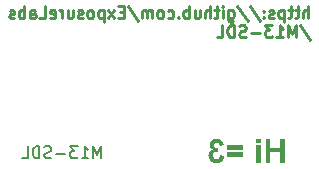
<source format=gbr>
%TF.GenerationSoftware,KiCad,Pcbnew,7.0.9*%
%TF.CreationDate,2023-11-19T17:19:27-08:00*%
%TF.ProjectId,M13-SDL-Rev1,4d31332d-5344-44c2-9d52-6576312e6b69,1*%
%TF.SameCoordinates,Original*%
%TF.FileFunction,Legend,Bot*%
%TF.FilePolarity,Positive*%
%FSLAX46Y46*%
G04 Gerber Fmt 4.6, Leading zero omitted, Abs format (unit mm)*
G04 Created by KiCad (PCBNEW 7.0.9) date 2023-11-19 17:19:27*
%MOMM*%
%LPD*%
G01*
G04 APERTURE LIST*
%ADD10C,0.150000*%
%ADD11C,0.250000*%
%ADD12C,0.300000*%
G04 APERTURE END LIST*
D10*
X140263220Y-106869819D02*
X140263220Y-105869819D01*
X140263220Y-105869819D02*
X139929887Y-106584104D01*
X139929887Y-106584104D02*
X139596554Y-105869819D01*
X139596554Y-105869819D02*
X139596554Y-106869819D01*
X138596554Y-106869819D02*
X139167982Y-106869819D01*
X138882268Y-106869819D02*
X138882268Y-105869819D01*
X138882268Y-105869819D02*
X138977506Y-106012676D01*
X138977506Y-106012676D02*
X139072744Y-106107914D01*
X139072744Y-106107914D02*
X139167982Y-106155533D01*
X138263220Y-105869819D02*
X137644173Y-105869819D01*
X137644173Y-105869819D02*
X137977506Y-106250771D01*
X137977506Y-106250771D02*
X137834649Y-106250771D01*
X137834649Y-106250771D02*
X137739411Y-106298390D01*
X137739411Y-106298390D02*
X137691792Y-106346009D01*
X137691792Y-106346009D02*
X137644173Y-106441247D01*
X137644173Y-106441247D02*
X137644173Y-106679342D01*
X137644173Y-106679342D02*
X137691792Y-106774580D01*
X137691792Y-106774580D02*
X137739411Y-106822200D01*
X137739411Y-106822200D02*
X137834649Y-106869819D01*
X137834649Y-106869819D02*
X138120363Y-106869819D01*
X138120363Y-106869819D02*
X138215601Y-106822200D01*
X138215601Y-106822200D02*
X138263220Y-106774580D01*
X137215601Y-106488866D02*
X136453697Y-106488866D01*
X136025125Y-106822200D02*
X135882268Y-106869819D01*
X135882268Y-106869819D02*
X135644173Y-106869819D01*
X135644173Y-106869819D02*
X135548935Y-106822200D01*
X135548935Y-106822200D02*
X135501316Y-106774580D01*
X135501316Y-106774580D02*
X135453697Y-106679342D01*
X135453697Y-106679342D02*
X135453697Y-106584104D01*
X135453697Y-106584104D02*
X135501316Y-106488866D01*
X135501316Y-106488866D02*
X135548935Y-106441247D01*
X135548935Y-106441247D02*
X135644173Y-106393628D01*
X135644173Y-106393628D02*
X135834649Y-106346009D01*
X135834649Y-106346009D02*
X135929887Y-106298390D01*
X135929887Y-106298390D02*
X135977506Y-106250771D01*
X135977506Y-106250771D02*
X136025125Y-106155533D01*
X136025125Y-106155533D02*
X136025125Y-106060295D01*
X136025125Y-106060295D02*
X135977506Y-105965057D01*
X135977506Y-105965057D02*
X135929887Y-105917438D01*
X135929887Y-105917438D02*
X135834649Y-105869819D01*
X135834649Y-105869819D02*
X135596554Y-105869819D01*
X135596554Y-105869819D02*
X135453697Y-105917438D01*
X135025125Y-106869819D02*
X135025125Y-105869819D01*
X135025125Y-105869819D02*
X134787030Y-105869819D01*
X134787030Y-105869819D02*
X134644173Y-105917438D01*
X134644173Y-105917438D02*
X134548935Y-106012676D01*
X134548935Y-106012676D02*
X134501316Y-106107914D01*
X134501316Y-106107914D02*
X134453697Y-106298390D01*
X134453697Y-106298390D02*
X134453697Y-106441247D01*
X134453697Y-106441247D02*
X134501316Y-106631723D01*
X134501316Y-106631723D02*
X134548935Y-106726961D01*
X134548935Y-106726961D02*
X134644173Y-106822200D01*
X134644173Y-106822200D02*
X134787030Y-106869819D01*
X134787030Y-106869819D02*
X135025125Y-106869819D01*
X133548935Y-106869819D02*
X134025125Y-106869819D01*
X134025125Y-106869819D02*
X134025125Y-105869819D01*
D11*
X157797431Y-95004619D02*
X157797431Y-94004619D01*
X157368860Y-95004619D02*
X157368860Y-94480809D01*
X157368860Y-94480809D02*
X157416479Y-94385571D01*
X157416479Y-94385571D02*
X157511717Y-94337952D01*
X157511717Y-94337952D02*
X157654574Y-94337952D01*
X157654574Y-94337952D02*
X157749812Y-94385571D01*
X157749812Y-94385571D02*
X157797431Y-94433190D01*
X157035526Y-94337952D02*
X156654574Y-94337952D01*
X156892669Y-94004619D02*
X156892669Y-94861761D01*
X156892669Y-94861761D02*
X156845050Y-94957000D01*
X156845050Y-94957000D02*
X156749812Y-95004619D01*
X156749812Y-95004619D02*
X156654574Y-95004619D01*
X156464097Y-94337952D02*
X156083145Y-94337952D01*
X156321240Y-94004619D02*
X156321240Y-94861761D01*
X156321240Y-94861761D02*
X156273621Y-94957000D01*
X156273621Y-94957000D02*
X156178383Y-95004619D01*
X156178383Y-95004619D02*
X156083145Y-95004619D01*
X155749811Y-94337952D02*
X155749811Y-95337952D01*
X155749811Y-94385571D02*
X155654573Y-94337952D01*
X155654573Y-94337952D02*
X155464097Y-94337952D01*
X155464097Y-94337952D02*
X155368859Y-94385571D01*
X155368859Y-94385571D02*
X155321240Y-94433190D01*
X155321240Y-94433190D02*
X155273621Y-94528428D01*
X155273621Y-94528428D02*
X155273621Y-94814142D01*
X155273621Y-94814142D02*
X155321240Y-94909380D01*
X155321240Y-94909380D02*
X155368859Y-94957000D01*
X155368859Y-94957000D02*
X155464097Y-95004619D01*
X155464097Y-95004619D02*
X155654573Y-95004619D01*
X155654573Y-95004619D02*
X155749811Y-94957000D01*
X154892668Y-94957000D02*
X154797430Y-95004619D01*
X154797430Y-95004619D02*
X154606954Y-95004619D01*
X154606954Y-95004619D02*
X154511716Y-94957000D01*
X154511716Y-94957000D02*
X154464097Y-94861761D01*
X154464097Y-94861761D02*
X154464097Y-94814142D01*
X154464097Y-94814142D02*
X154511716Y-94718904D01*
X154511716Y-94718904D02*
X154606954Y-94671285D01*
X154606954Y-94671285D02*
X154749811Y-94671285D01*
X154749811Y-94671285D02*
X154845049Y-94623666D01*
X154845049Y-94623666D02*
X154892668Y-94528428D01*
X154892668Y-94528428D02*
X154892668Y-94480809D01*
X154892668Y-94480809D02*
X154845049Y-94385571D01*
X154845049Y-94385571D02*
X154749811Y-94337952D01*
X154749811Y-94337952D02*
X154606954Y-94337952D01*
X154606954Y-94337952D02*
X154511716Y-94385571D01*
X154035525Y-94909380D02*
X153987906Y-94957000D01*
X153987906Y-94957000D02*
X154035525Y-95004619D01*
X154035525Y-95004619D02*
X154083144Y-94957000D01*
X154083144Y-94957000D02*
X154035525Y-94909380D01*
X154035525Y-94909380D02*
X154035525Y-95004619D01*
X154035525Y-94385571D02*
X153987906Y-94433190D01*
X153987906Y-94433190D02*
X154035525Y-94480809D01*
X154035525Y-94480809D02*
X154083144Y-94433190D01*
X154083144Y-94433190D02*
X154035525Y-94385571D01*
X154035525Y-94385571D02*
X154035525Y-94480809D01*
X152845050Y-93957000D02*
X153702192Y-95242714D01*
X151797431Y-93957000D02*
X152654573Y-95242714D01*
X151035526Y-94337952D02*
X151035526Y-95147476D01*
X151035526Y-95147476D02*
X151083145Y-95242714D01*
X151083145Y-95242714D02*
X151130764Y-95290333D01*
X151130764Y-95290333D02*
X151226002Y-95337952D01*
X151226002Y-95337952D02*
X151368859Y-95337952D01*
X151368859Y-95337952D02*
X151464097Y-95290333D01*
X151035526Y-94957000D02*
X151130764Y-95004619D01*
X151130764Y-95004619D02*
X151321240Y-95004619D01*
X151321240Y-95004619D02*
X151416478Y-94957000D01*
X151416478Y-94957000D02*
X151464097Y-94909380D01*
X151464097Y-94909380D02*
X151511716Y-94814142D01*
X151511716Y-94814142D02*
X151511716Y-94528428D01*
X151511716Y-94528428D02*
X151464097Y-94433190D01*
X151464097Y-94433190D02*
X151416478Y-94385571D01*
X151416478Y-94385571D02*
X151321240Y-94337952D01*
X151321240Y-94337952D02*
X151130764Y-94337952D01*
X151130764Y-94337952D02*
X151035526Y-94385571D01*
X150559335Y-95004619D02*
X150559335Y-94337952D01*
X150559335Y-94004619D02*
X150606954Y-94052238D01*
X150606954Y-94052238D02*
X150559335Y-94099857D01*
X150559335Y-94099857D02*
X150511716Y-94052238D01*
X150511716Y-94052238D02*
X150559335Y-94004619D01*
X150559335Y-94004619D02*
X150559335Y-94099857D01*
X150226002Y-94337952D02*
X149845050Y-94337952D01*
X150083145Y-94004619D02*
X150083145Y-94861761D01*
X150083145Y-94861761D02*
X150035526Y-94957000D01*
X150035526Y-94957000D02*
X149940288Y-95004619D01*
X149940288Y-95004619D02*
X149845050Y-95004619D01*
X149511716Y-95004619D02*
X149511716Y-94004619D01*
X149083145Y-95004619D02*
X149083145Y-94480809D01*
X149083145Y-94480809D02*
X149130764Y-94385571D01*
X149130764Y-94385571D02*
X149226002Y-94337952D01*
X149226002Y-94337952D02*
X149368859Y-94337952D01*
X149368859Y-94337952D02*
X149464097Y-94385571D01*
X149464097Y-94385571D02*
X149511716Y-94433190D01*
X148178383Y-94337952D02*
X148178383Y-95004619D01*
X148606954Y-94337952D02*
X148606954Y-94861761D01*
X148606954Y-94861761D02*
X148559335Y-94957000D01*
X148559335Y-94957000D02*
X148464097Y-95004619D01*
X148464097Y-95004619D02*
X148321240Y-95004619D01*
X148321240Y-95004619D02*
X148226002Y-94957000D01*
X148226002Y-94957000D02*
X148178383Y-94909380D01*
X147702192Y-95004619D02*
X147702192Y-94004619D01*
X147702192Y-94385571D02*
X147606954Y-94337952D01*
X147606954Y-94337952D02*
X147416478Y-94337952D01*
X147416478Y-94337952D02*
X147321240Y-94385571D01*
X147321240Y-94385571D02*
X147273621Y-94433190D01*
X147273621Y-94433190D02*
X147226002Y-94528428D01*
X147226002Y-94528428D02*
X147226002Y-94814142D01*
X147226002Y-94814142D02*
X147273621Y-94909380D01*
X147273621Y-94909380D02*
X147321240Y-94957000D01*
X147321240Y-94957000D02*
X147416478Y-95004619D01*
X147416478Y-95004619D02*
X147606954Y-95004619D01*
X147606954Y-95004619D02*
X147702192Y-94957000D01*
X146797430Y-94909380D02*
X146749811Y-94957000D01*
X146749811Y-94957000D02*
X146797430Y-95004619D01*
X146797430Y-95004619D02*
X146845049Y-94957000D01*
X146845049Y-94957000D02*
X146797430Y-94909380D01*
X146797430Y-94909380D02*
X146797430Y-95004619D01*
X145892669Y-94957000D02*
X145987907Y-95004619D01*
X145987907Y-95004619D02*
X146178383Y-95004619D01*
X146178383Y-95004619D02*
X146273621Y-94957000D01*
X146273621Y-94957000D02*
X146321240Y-94909380D01*
X146321240Y-94909380D02*
X146368859Y-94814142D01*
X146368859Y-94814142D02*
X146368859Y-94528428D01*
X146368859Y-94528428D02*
X146321240Y-94433190D01*
X146321240Y-94433190D02*
X146273621Y-94385571D01*
X146273621Y-94385571D02*
X146178383Y-94337952D01*
X146178383Y-94337952D02*
X145987907Y-94337952D01*
X145987907Y-94337952D02*
X145892669Y-94385571D01*
X145321240Y-95004619D02*
X145416478Y-94957000D01*
X145416478Y-94957000D02*
X145464097Y-94909380D01*
X145464097Y-94909380D02*
X145511716Y-94814142D01*
X145511716Y-94814142D02*
X145511716Y-94528428D01*
X145511716Y-94528428D02*
X145464097Y-94433190D01*
X145464097Y-94433190D02*
X145416478Y-94385571D01*
X145416478Y-94385571D02*
X145321240Y-94337952D01*
X145321240Y-94337952D02*
X145178383Y-94337952D01*
X145178383Y-94337952D02*
X145083145Y-94385571D01*
X145083145Y-94385571D02*
X145035526Y-94433190D01*
X145035526Y-94433190D02*
X144987907Y-94528428D01*
X144987907Y-94528428D02*
X144987907Y-94814142D01*
X144987907Y-94814142D02*
X145035526Y-94909380D01*
X145035526Y-94909380D02*
X145083145Y-94957000D01*
X145083145Y-94957000D02*
X145178383Y-95004619D01*
X145178383Y-95004619D02*
X145321240Y-95004619D01*
X144559335Y-95004619D02*
X144559335Y-94337952D01*
X144559335Y-94433190D02*
X144511716Y-94385571D01*
X144511716Y-94385571D02*
X144416478Y-94337952D01*
X144416478Y-94337952D02*
X144273621Y-94337952D01*
X144273621Y-94337952D02*
X144178383Y-94385571D01*
X144178383Y-94385571D02*
X144130764Y-94480809D01*
X144130764Y-94480809D02*
X144130764Y-95004619D01*
X144130764Y-94480809D02*
X144083145Y-94385571D01*
X144083145Y-94385571D02*
X143987907Y-94337952D01*
X143987907Y-94337952D02*
X143845050Y-94337952D01*
X143845050Y-94337952D02*
X143749811Y-94385571D01*
X143749811Y-94385571D02*
X143702192Y-94480809D01*
X143702192Y-94480809D02*
X143702192Y-95004619D01*
X142511717Y-93957000D02*
X143368859Y-95242714D01*
X142178383Y-94480809D02*
X141845050Y-94480809D01*
X141702193Y-95004619D02*
X142178383Y-95004619D01*
X142178383Y-95004619D02*
X142178383Y-94004619D01*
X142178383Y-94004619D02*
X141702193Y-94004619D01*
X141368859Y-95004619D02*
X140845050Y-94337952D01*
X141368859Y-94337952D02*
X140845050Y-95004619D01*
X140464097Y-94337952D02*
X140464097Y-95337952D01*
X140464097Y-94385571D02*
X140368859Y-94337952D01*
X140368859Y-94337952D02*
X140178383Y-94337952D01*
X140178383Y-94337952D02*
X140083145Y-94385571D01*
X140083145Y-94385571D02*
X140035526Y-94433190D01*
X140035526Y-94433190D02*
X139987907Y-94528428D01*
X139987907Y-94528428D02*
X139987907Y-94814142D01*
X139987907Y-94814142D02*
X140035526Y-94909380D01*
X140035526Y-94909380D02*
X140083145Y-94957000D01*
X140083145Y-94957000D02*
X140178383Y-95004619D01*
X140178383Y-95004619D02*
X140368859Y-95004619D01*
X140368859Y-95004619D02*
X140464097Y-94957000D01*
X139416478Y-95004619D02*
X139511716Y-94957000D01*
X139511716Y-94957000D02*
X139559335Y-94909380D01*
X139559335Y-94909380D02*
X139606954Y-94814142D01*
X139606954Y-94814142D02*
X139606954Y-94528428D01*
X139606954Y-94528428D02*
X139559335Y-94433190D01*
X139559335Y-94433190D02*
X139511716Y-94385571D01*
X139511716Y-94385571D02*
X139416478Y-94337952D01*
X139416478Y-94337952D02*
X139273621Y-94337952D01*
X139273621Y-94337952D02*
X139178383Y-94385571D01*
X139178383Y-94385571D02*
X139130764Y-94433190D01*
X139130764Y-94433190D02*
X139083145Y-94528428D01*
X139083145Y-94528428D02*
X139083145Y-94814142D01*
X139083145Y-94814142D02*
X139130764Y-94909380D01*
X139130764Y-94909380D02*
X139178383Y-94957000D01*
X139178383Y-94957000D02*
X139273621Y-95004619D01*
X139273621Y-95004619D02*
X139416478Y-95004619D01*
X138702192Y-94957000D02*
X138606954Y-95004619D01*
X138606954Y-95004619D02*
X138416478Y-95004619D01*
X138416478Y-95004619D02*
X138321240Y-94957000D01*
X138321240Y-94957000D02*
X138273621Y-94861761D01*
X138273621Y-94861761D02*
X138273621Y-94814142D01*
X138273621Y-94814142D02*
X138321240Y-94718904D01*
X138321240Y-94718904D02*
X138416478Y-94671285D01*
X138416478Y-94671285D02*
X138559335Y-94671285D01*
X138559335Y-94671285D02*
X138654573Y-94623666D01*
X138654573Y-94623666D02*
X138702192Y-94528428D01*
X138702192Y-94528428D02*
X138702192Y-94480809D01*
X138702192Y-94480809D02*
X138654573Y-94385571D01*
X138654573Y-94385571D02*
X138559335Y-94337952D01*
X138559335Y-94337952D02*
X138416478Y-94337952D01*
X138416478Y-94337952D02*
X138321240Y-94385571D01*
X137416478Y-94337952D02*
X137416478Y-95004619D01*
X137845049Y-94337952D02*
X137845049Y-94861761D01*
X137845049Y-94861761D02*
X137797430Y-94957000D01*
X137797430Y-94957000D02*
X137702192Y-95004619D01*
X137702192Y-95004619D02*
X137559335Y-95004619D01*
X137559335Y-95004619D02*
X137464097Y-94957000D01*
X137464097Y-94957000D02*
X137416478Y-94909380D01*
X136940287Y-95004619D02*
X136940287Y-94337952D01*
X136940287Y-94528428D02*
X136892668Y-94433190D01*
X136892668Y-94433190D02*
X136845049Y-94385571D01*
X136845049Y-94385571D02*
X136749811Y-94337952D01*
X136749811Y-94337952D02*
X136654573Y-94337952D01*
X135940287Y-94957000D02*
X136035525Y-95004619D01*
X136035525Y-95004619D02*
X136226001Y-95004619D01*
X136226001Y-95004619D02*
X136321239Y-94957000D01*
X136321239Y-94957000D02*
X136368858Y-94861761D01*
X136368858Y-94861761D02*
X136368858Y-94480809D01*
X136368858Y-94480809D02*
X136321239Y-94385571D01*
X136321239Y-94385571D02*
X136226001Y-94337952D01*
X136226001Y-94337952D02*
X136035525Y-94337952D01*
X136035525Y-94337952D02*
X135940287Y-94385571D01*
X135940287Y-94385571D02*
X135892668Y-94480809D01*
X135892668Y-94480809D02*
X135892668Y-94576047D01*
X135892668Y-94576047D02*
X136368858Y-94671285D01*
X134987906Y-95004619D02*
X135464096Y-95004619D01*
X135464096Y-95004619D02*
X135464096Y-94004619D01*
X134226001Y-95004619D02*
X134226001Y-94480809D01*
X134226001Y-94480809D02*
X134273620Y-94385571D01*
X134273620Y-94385571D02*
X134368858Y-94337952D01*
X134368858Y-94337952D02*
X134559334Y-94337952D01*
X134559334Y-94337952D02*
X134654572Y-94385571D01*
X134226001Y-94957000D02*
X134321239Y-95004619D01*
X134321239Y-95004619D02*
X134559334Y-95004619D01*
X134559334Y-95004619D02*
X134654572Y-94957000D01*
X134654572Y-94957000D02*
X134702191Y-94861761D01*
X134702191Y-94861761D02*
X134702191Y-94766523D01*
X134702191Y-94766523D02*
X134654572Y-94671285D01*
X134654572Y-94671285D02*
X134559334Y-94623666D01*
X134559334Y-94623666D02*
X134321239Y-94623666D01*
X134321239Y-94623666D02*
X134226001Y-94576047D01*
X133749810Y-95004619D02*
X133749810Y-94004619D01*
X133749810Y-94385571D02*
X133654572Y-94337952D01*
X133654572Y-94337952D02*
X133464096Y-94337952D01*
X133464096Y-94337952D02*
X133368858Y-94385571D01*
X133368858Y-94385571D02*
X133321239Y-94433190D01*
X133321239Y-94433190D02*
X133273620Y-94528428D01*
X133273620Y-94528428D02*
X133273620Y-94814142D01*
X133273620Y-94814142D02*
X133321239Y-94909380D01*
X133321239Y-94909380D02*
X133368858Y-94957000D01*
X133368858Y-94957000D02*
X133464096Y-95004619D01*
X133464096Y-95004619D02*
X133654572Y-95004619D01*
X133654572Y-95004619D02*
X133749810Y-94957000D01*
X132892667Y-94957000D02*
X132797429Y-95004619D01*
X132797429Y-95004619D02*
X132606953Y-95004619D01*
X132606953Y-95004619D02*
X132511715Y-94957000D01*
X132511715Y-94957000D02*
X132464096Y-94861761D01*
X132464096Y-94861761D02*
X132464096Y-94814142D01*
X132464096Y-94814142D02*
X132511715Y-94718904D01*
X132511715Y-94718904D02*
X132606953Y-94671285D01*
X132606953Y-94671285D02*
X132749810Y-94671285D01*
X132749810Y-94671285D02*
X132845048Y-94623666D01*
X132845048Y-94623666D02*
X132892667Y-94528428D01*
X132892667Y-94528428D02*
X132892667Y-94480809D01*
X132892667Y-94480809D02*
X132845048Y-94385571D01*
X132845048Y-94385571D02*
X132749810Y-94337952D01*
X132749810Y-94337952D02*
X132606953Y-94337952D01*
X132606953Y-94337952D02*
X132511715Y-94385571D01*
X157083146Y-95567000D02*
X157940288Y-96852714D01*
X156749812Y-96614619D02*
X156749812Y-95614619D01*
X156749812Y-95614619D02*
X156416479Y-96328904D01*
X156416479Y-96328904D02*
X156083146Y-95614619D01*
X156083146Y-95614619D02*
X156083146Y-96614619D01*
X155083146Y-96614619D02*
X155654574Y-96614619D01*
X155368860Y-96614619D02*
X155368860Y-95614619D01*
X155368860Y-95614619D02*
X155464098Y-95757476D01*
X155464098Y-95757476D02*
X155559336Y-95852714D01*
X155559336Y-95852714D02*
X155654574Y-95900333D01*
X154749812Y-95614619D02*
X154130765Y-95614619D01*
X154130765Y-95614619D02*
X154464098Y-95995571D01*
X154464098Y-95995571D02*
X154321241Y-95995571D01*
X154321241Y-95995571D02*
X154226003Y-96043190D01*
X154226003Y-96043190D02*
X154178384Y-96090809D01*
X154178384Y-96090809D02*
X154130765Y-96186047D01*
X154130765Y-96186047D02*
X154130765Y-96424142D01*
X154130765Y-96424142D02*
X154178384Y-96519380D01*
X154178384Y-96519380D02*
X154226003Y-96567000D01*
X154226003Y-96567000D02*
X154321241Y-96614619D01*
X154321241Y-96614619D02*
X154606955Y-96614619D01*
X154606955Y-96614619D02*
X154702193Y-96567000D01*
X154702193Y-96567000D02*
X154749812Y-96519380D01*
X153702193Y-96233666D02*
X152940289Y-96233666D01*
X152511717Y-96567000D02*
X152368860Y-96614619D01*
X152368860Y-96614619D02*
X152130765Y-96614619D01*
X152130765Y-96614619D02*
X152035527Y-96567000D01*
X152035527Y-96567000D02*
X151987908Y-96519380D01*
X151987908Y-96519380D02*
X151940289Y-96424142D01*
X151940289Y-96424142D02*
X151940289Y-96328904D01*
X151940289Y-96328904D02*
X151987908Y-96233666D01*
X151987908Y-96233666D02*
X152035527Y-96186047D01*
X152035527Y-96186047D02*
X152130765Y-96138428D01*
X152130765Y-96138428D02*
X152321241Y-96090809D01*
X152321241Y-96090809D02*
X152416479Y-96043190D01*
X152416479Y-96043190D02*
X152464098Y-95995571D01*
X152464098Y-95995571D02*
X152511717Y-95900333D01*
X152511717Y-95900333D02*
X152511717Y-95805095D01*
X152511717Y-95805095D02*
X152464098Y-95709857D01*
X152464098Y-95709857D02*
X152416479Y-95662238D01*
X152416479Y-95662238D02*
X152321241Y-95614619D01*
X152321241Y-95614619D02*
X152083146Y-95614619D01*
X152083146Y-95614619D02*
X151940289Y-95662238D01*
X151511717Y-96614619D02*
X151511717Y-95614619D01*
X151511717Y-95614619D02*
X151273622Y-95614619D01*
X151273622Y-95614619D02*
X151130765Y-95662238D01*
X151130765Y-95662238D02*
X151035527Y-95757476D01*
X151035527Y-95757476D02*
X150987908Y-95852714D01*
X150987908Y-95852714D02*
X150940289Y-96043190D01*
X150940289Y-96043190D02*
X150940289Y-96186047D01*
X150940289Y-96186047D02*
X150987908Y-96376523D01*
X150987908Y-96376523D02*
X151035527Y-96471761D01*
X151035527Y-96471761D02*
X151130765Y-96567000D01*
X151130765Y-96567000D02*
X151273622Y-96614619D01*
X151273622Y-96614619D02*
X151511717Y-96614619D01*
X150035527Y-96614619D02*
X150511717Y-96614619D01*
X150511717Y-96614619D02*
X150511717Y-95614619D01*
D12*
G36*
X155793859Y-107260000D02*
G01*
X155793859Y-105227899D01*
X155387438Y-105227899D01*
X155387438Y-106040739D01*
X154590230Y-106040739D01*
X154590230Y-105227899D01*
X154183810Y-105227899D01*
X154183810Y-107260000D01*
X154590230Y-107260000D01*
X154590230Y-106384633D01*
X155387438Y-106384633D01*
X155387438Y-107260000D01*
X155793859Y-107260000D01*
G37*
G36*
X153777878Y-105571793D02*
G01*
X153777878Y-105227899D01*
X153391486Y-105227899D01*
X153391486Y-105571793D01*
X153777878Y-105571793D01*
G37*
G36*
X153777878Y-107260000D02*
G01*
X153777878Y-105790635D01*
X153391486Y-105790635D01*
X153391486Y-107260000D01*
X153777878Y-107260000D01*
G37*
G36*
X152307536Y-106134528D02*
G01*
X152307536Y-105790635D01*
X150899232Y-105790635D01*
X150899232Y-106134528D01*
X152307536Y-106134528D01*
G37*
G36*
X152307536Y-106728527D02*
G01*
X152307536Y-106384633D01*
X150899232Y-106384633D01*
X150899232Y-106728527D01*
X152307536Y-106728527D01*
G37*
G36*
X150684787Y-106683098D02*
G01*
X150311095Y-106634738D01*
X150307178Y-106662596D01*
X150302205Y-106689200D01*
X150296176Y-106714551D01*
X150289090Y-106738648D01*
X150280949Y-106761491D01*
X150271751Y-106783081D01*
X150261497Y-106803417D01*
X150250187Y-106822500D01*
X150237821Y-106840328D01*
X150224398Y-106856903D01*
X150214863Y-106867257D01*
X150199917Y-106881574D01*
X150184386Y-106894482D01*
X150168272Y-106905983D01*
X150145878Y-106919126D01*
X150122446Y-106929766D01*
X150097976Y-106937902D01*
X150078942Y-106942362D01*
X150059325Y-106945413D01*
X150039123Y-106947056D01*
X150025331Y-106947369D01*
X150003313Y-106946566D01*
X149981957Y-106944157D01*
X149961262Y-106940143D01*
X149941227Y-106934523D01*
X149921855Y-106927297D01*
X149903143Y-106918466D01*
X149885092Y-106908029D01*
X149867703Y-106895986D01*
X149850974Y-106882338D01*
X149834907Y-106867083D01*
X149824563Y-106856022D01*
X149809897Y-106838332D01*
X149796674Y-106819517D01*
X149784893Y-106799577D01*
X149774555Y-106778513D01*
X149765659Y-106756324D01*
X149758206Y-106733009D01*
X149752195Y-106708570D01*
X149747627Y-106683006D01*
X149744501Y-106656318D01*
X149742818Y-106628504D01*
X149742498Y-106609337D01*
X149743189Y-106582392D01*
X149745263Y-106556511D01*
X149748719Y-106531696D01*
X149753557Y-106507945D01*
X149759778Y-106485259D01*
X149767382Y-106463638D01*
X149776368Y-106443082D01*
X149786736Y-106423590D01*
X149798487Y-106405163D01*
X149811620Y-106387801D01*
X149821144Y-106376817D01*
X149836099Y-106361453D01*
X149851655Y-106347600D01*
X149867812Y-106335258D01*
X149884571Y-106324427D01*
X149901930Y-106315108D01*
X149919891Y-106307300D01*
X149938452Y-106301003D01*
X149957615Y-106296217D01*
X149977378Y-106292943D01*
X149997743Y-106291180D01*
X150011653Y-106290844D01*
X150035560Y-106291548D01*
X150055699Y-106293124D01*
X150076738Y-106295600D01*
X150098678Y-106298978D01*
X150121518Y-106303256D01*
X150145259Y-106308435D01*
X150169901Y-106314514D01*
X150188974Y-106319665D01*
X150146475Y-106009476D01*
X150117732Y-106009599D01*
X150090301Y-106008503D01*
X150064185Y-106006187D01*
X150039383Y-106002653D01*
X150015894Y-105997898D01*
X149993719Y-105991925D01*
X149972857Y-105984732D01*
X149953310Y-105976320D01*
X149935076Y-105966689D01*
X149918156Y-105955838D01*
X149907606Y-105947927D01*
X149888257Y-105930891D01*
X149871489Y-105912512D01*
X149857300Y-105892789D01*
X149845690Y-105871723D01*
X149836661Y-105849314D01*
X149830211Y-105825561D01*
X149826342Y-105800465D01*
X149825132Y-105780762D01*
X149825052Y-105774026D01*
X149825998Y-105751533D01*
X149828838Y-105730215D01*
X149833570Y-105710073D01*
X149840195Y-105691106D01*
X149848713Y-105673314D01*
X149859124Y-105656698D01*
X149871427Y-105641257D01*
X149885624Y-105626992D01*
X149901279Y-105614055D01*
X149918200Y-105602842D01*
X149936388Y-105593355D01*
X149955844Y-105585593D01*
X149976566Y-105579555D01*
X149998556Y-105575243D01*
X150021812Y-105572655D01*
X150046336Y-105571793D01*
X150070562Y-105572793D01*
X150093902Y-105575792D01*
X150116357Y-105580792D01*
X150137927Y-105587791D01*
X150158611Y-105596790D01*
X150178410Y-105607788D01*
X150197324Y-105620787D01*
X150215352Y-105635785D01*
X150231960Y-105652584D01*
X150246859Y-105671230D01*
X150260048Y-105691724D01*
X150271528Y-105714064D01*
X150281297Y-105738252D01*
X150287503Y-105757605D01*
X150292746Y-105777997D01*
X150297028Y-105799428D01*
X150300348Y-105821898D01*
X150655966Y-105765722D01*
X150651178Y-105742690D01*
X150646097Y-105720247D01*
X150640722Y-105698391D01*
X150635053Y-105677123D01*
X150629090Y-105656442D01*
X150622833Y-105636349D01*
X150616282Y-105616844D01*
X150609438Y-105597927D01*
X150602299Y-105579597D01*
X150591041Y-105553205D01*
X150579121Y-105528135D01*
X150566540Y-105504387D01*
X150553298Y-105481961D01*
X150544103Y-105467745D01*
X150529570Y-105447192D01*
X150513998Y-105427480D01*
X150497387Y-105408609D01*
X150479737Y-105390580D01*
X150461048Y-105373392D01*
X150441320Y-105357046D01*
X150420554Y-105341542D01*
X150398748Y-105326878D01*
X150375903Y-105313057D01*
X150352019Y-105300077D01*
X150335519Y-105291891D01*
X150310053Y-105280455D01*
X150284028Y-105270143D01*
X150257445Y-105260957D01*
X150230304Y-105252896D01*
X150202605Y-105245959D01*
X150174348Y-105240147D01*
X150145532Y-105235461D01*
X150126012Y-105232961D01*
X150106244Y-105230961D01*
X150086227Y-105229461D01*
X150065963Y-105228461D01*
X150045450Y-105227962D01*
X150035101Y-105227899D01*
X150000004Y-105228592D01*
X149965789Y-105230670D01*
X149932456Y-105234133D01*
X149900004Y-105238982D01*
X149868434Y-105245215D01*
X149837745Y-105252835D01*
X149807938Y-105261839D01*
X149779012Y-105272229D01*
X149750968Y-105284004D01*
X149723806Y-105297165D01*
X149697525Y-105311711D01*
X149672125Y-105327642D01*
X149647608Y-105344958D01*
X149623971Y-105363660D01*
X149601217Y-105383747D01*
X149579344Y-105405219D01*
X149562189Y-105423503D01*
X149546142Y-105442085D01*
X149531201Y-105460964D01*
X149517367Y-105480141D01*
X149504640Y-105499615D01*
X149493019Y-105519388D01*
X149482505Y-105539457D01*
X149473098Y-105559825D01*
X149464797Y-105580490D01*
X149457604Y-105601453D01*
X149451517Y-105622714D01*
X149446536Y-105644272D01*
X149442663Y-105666128D01*
X149439896Y-105688282D01*
X149438236Y-105710733D01*
X149437683Y-105733482D01*
X149438814Y-105765495D01*
X149442209Y-105796687D01*
X149447866Y-105827059D01*
X149455787Y-105856611D01*
X149465971Y-105885342D01*
X149478418Y-105913252D01*
X149493128Y-105940342D01*
X149510101Y-105966612D01*
X149529337Y-105992060D01*
X149550836Y-106016689D01*
X149574598Y-106040497D01*
X149600623Y-106063484D01*
X149628911Y-106085651D01*
X149659463Y-106106998D01*
X149692277Y-106127524D01*
X149709533Y-106137479D01*
X149727355Y-106147229D01*
X149706010Y-106152360D01*
X149685208Y-106158228D01*
X149664947Y-106164832D01*
X149645228Y-106172172D01*
X149626051Y-106180250D01*
X149607416Y-106189063D01*
X149589323Y-106198614D01*
X149571772Y-106208900D01*
X149554763Y-106219924D01*
X149538295Y-106231684D01*
X149522370Y-106244180D01*
X149506987Y-106257413D01*
X149492145Y-106271383D01*
X149477845Y-106286089D01*
X149464088Y-106301531D01*
X149450872Y-106317711D01*
X149438272Y-106334413D01*
X149426486Y-106351546D01*
X149415512Y-106369110D01*
X149405351Y-106387106D01*
X149396003Y-106405533D01*
X149387468Y-106424391D01*
X149379746Y-106443681D01*
X149372836Y-106463401D01*
X149366740Y-106483553D01*
X149361456Y-106504137D01*
X149356985Y-106525151D01*
X149353327Y-106546597D01*
X149350482Y-106568474D01*
X149348450Y-106590782D01*
X149347231Y-106613521D01*
X149346824Y-106636692D01*
X149347582Y-106670329D01*
X149349854Y-106703340D01*
X149353642Y-106735725D01*
X149358945Y-106767484D01*
X149365763Y-106798617D01*
X149374096Y-106829125D01*
X149383944Y-106859006D01*
X149395307Y-106888262D01*
X149408185Y-106916892D01*
X149422578Y-106944896D01*
X149438486Y-106972274D01*
X149455909Y-106999026D01*
X149474848Y-107025152D01*
X149495301Y-107050653D01*
X149517270Y-107075527D01*
X149540753Y-107099776D01*
X149565305Y-107122964D01*
X149590602Y-107144656D01*
X149616642Y-107164852D01*
X149643427Y-107183551D01*
X149670956Y-107200755D01*
X149699229Y-107216463D01*
X149728246Y-107230675D01*
X149758007Y-107243391D01*
X149788513Y-107254611D01*
X149819762Y-107264335D01*
X149851756Y-107272563D01*
X149884494Y-107279295D01*
X149917977Y-107284531D01*
X149952203Y-107288271D01*
X149987174Y-107290515D01*
X150022889Y-107291263D01*
X150056659Y-107290606D01*
X150089704Y-107288637D01*
X150122024Y-107285355D01*
X150153620Y-107280760D01*
X150184490Y-107274853D01*
X150214634Y-107267632D01*
X150244054Y-107259099D01*
X150272749Y-107249253D01*
X150300719Y-107238094D01*
X150327963Y-107225622D01*
X150354483Y-107211838D01*
X150380277Y-107196741D01*
X150405346Y-107180331D01*
X150429690Y-107162608D01*
X150453309Y-107143572D01*
X150476203Y-107123224D01*
X150498084Y-107101755D01*
X150518785Y-107079481D01*
X150538308Y-107056402D01*
X150556651Y-107032518D01*
X150573815Y-107007828D01*
X150589799Y-106982334D01*
X150604604Y-106956034D01*
X150618230Y-106928928D01*
X150630677Y-106901018D01*
X150641945Y-106872302D01*
X150652033Y-106842781D01*
X150660942Y-106812455D01*
X150668672Y-106781324D01*
X150675223Y-106749387D01*
X150680594Y-106716645D01*
X150684787Y-106683098D01*
G37*
M02*

</source>
